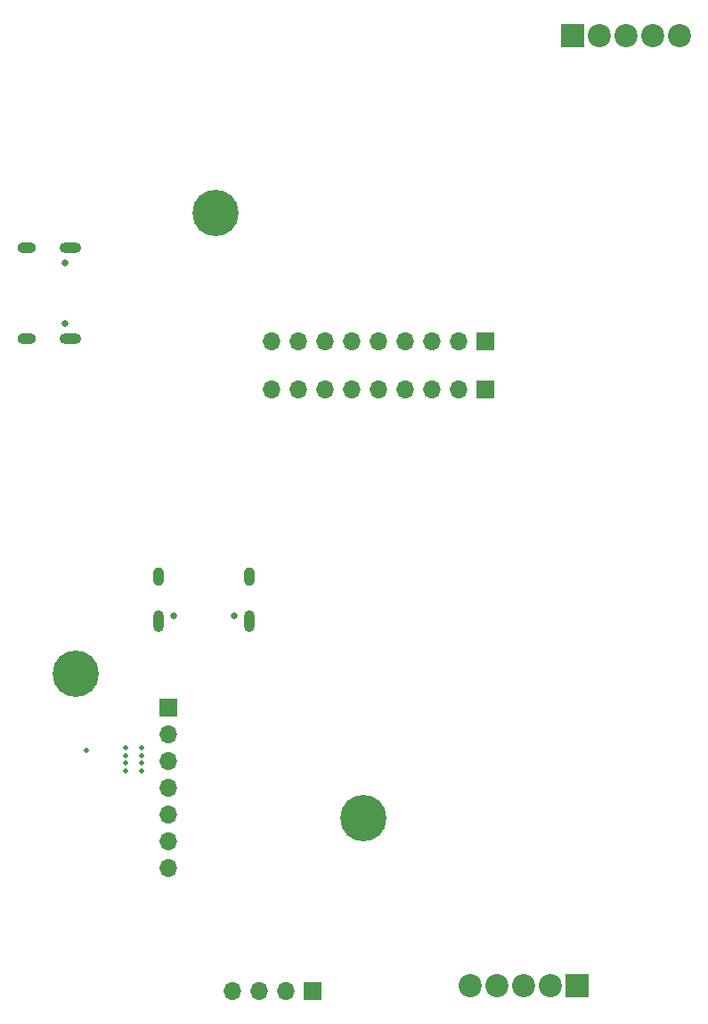
<source format=gbr>
%TF.GenerationSoftware,KiCad,Pcbnew,8.0.5*%
%TF.CreationDate,2024-10-21T18:47:46+02:00*%
%TF.ProjectId,both,626f7468-2e6b-4696-9361-645f70636258,rev?*%
%TF.SameCoordinates,Original*%
%TF.FileFunction,Soldermask,Bot*%
%TF.FilePolarity,Negative*%
%FSLAX46Y46*%
G04 Gerber Fmt 4.6, Leading zero omitted, Abs format (unit mm)*
G04 Created by KiCad (PCBNEW 8.0.5) date 2024-10-21 18:47:46*
%MOMM*%
%LPD*%
G01*
G04 APERTURE LIST*
%ADD10C,0.700000*%
%ADD11C,4.400000*%
%ADD12C,0.500000*%
%ADD13R,1.700000X1.700000*%
%ADD14O,1.700000X1.700000*%
%ADD15R,2.200000X2.200000*%
%ADD16C,2.200000*%
%ADD17C,0.650000*%
%ADD18O,1.000000X2.100000*%
%ADD19O,1.000000X1.800000*%
%ADD20O,2.100000X1.000000*%
%ADD21O,1.800000X1.000000*%
G04 APERTURE END LIST*
D10*
%TO.C,H1*%
X47503000Y-41336000D03*
X47019726Y-42502726D03*
X47019726Y-40169274D03*
X45853000Y-42986000D03*
D11*
X45853000Y-41336000D03*
D10*
X45853000Y-39686000D03*
X44686274Y-42502726D03*
X44686274Y-40169274D03*
X44203000Y-41336000D03*
%TD*%
D12*
%TO.C,*%
X37282000Y-94355472D03*
%TD*%
D13*
%TO.C,J3*%
X41330000Y-88279472D03*
D14*
X41330000Y-90819472D03*
X41330000Y-93359472D03*
X41330000Y-95899472D03*
X41330000Y-98439472D03*
X41330000Y-100979472D03*
X41330000Y-103519472D03*
%TD*%
D15*
%TO.C,J2*%
X80192000Y-114725472D03*
D16*
X77652000Y-114725472D03*
X75112000Y-114725472D03*
X72572000Y-114725472D03*
X70032000Y-114725472D03*
%TD*%
D12*
%TO.C,*%
X38782000Y-92855472D03*
%TD*%
%TO.C,*%
X38782000Y-93605472D03*
%TD*%
D15*
%TO.C,J2*%
X79807000Y-24462000D03*
D16*
X82347000Y-24462000D03*
X84887000Y-24462000D03*
X87427000Y-24462000D03*
X89967000Y-24462000D03*
%TD*%
D17*
%TO.C,J1*%
X47624000Y-79584472D03*
X41844000Y-79584472D03*
D18*
X49054000Y-80084472D03*
D19*
X49054000Y-75904472D03*
D18*
X40414000Y-80084472D03*
D19*
X40414000Y-75904472D03*
%TD*%
D12*
%TO.C,*%
X38782000Y-94355472D03*
%TD*%
%TO.C,MK1*%
X33574000Y-92395472D03*
%TD*%
D17*
%TO.C,J1*%
X31535796Y-46066000D03*
X31535796Y-51846000D03*
D20*
X32035796Y-44636000D03*
D21*
X27855796Y-44636000D03*
D20*
X32035796Y-53276000D03*
D21*
X27855796Y-53276000D03*
%TD*%
D12*
%TO.C,*%
X38782000Y-92105472D03*
%TD*%
D10*
%TO.C,H1*%
X58222000Y-98820472D03*
X58705274Y-97653746D03*
X58705274Y-99987198D03*
X59872000Y-97170472D03*
D11*
X59872000Y-98820472D03*
D10*
X59872000Y-100470472D03*
X61038726Y-97653746D03*
X61038726Y-99987198D03*
X61522000Y-98820472D03*
%TD*%
D13*
%TO.C,J4*%
X55036000Y-115203472D03*
D14*
X52496000Y-115203472D03*
X49956000Y-115203472D03*
X47416000Y-115203472D03*
%TD*%
D12*
%TO.C,*%
X37282000Y-92105472D03*
%TD*%
%TO.C,*%
X37282000Y-93605472D03*
%TD*%
D10*
%TO.C,H2*%
X30882000Y-85105472D03*
X31365274Y-83938746D03*
X31365274Y-86272198D03*
X32532000Y-83455472D03*
D11*
X32532000Y-85105472D03*
D10*
X32532000Y-86755472D03*
X33698726Y-83938746D03*
X33698726Y-86272198D03*
X34182000Y-85105472D03*
%TD*%
D13*
%TO.C,J5*%
X71507000Y-58100000D03*
D14*
X68967000Y-58100000D03*
X66427000Y-58100000D03*
X63887000Y-58100000D03*
X61347000Y-58100000D03*
X58807000Y-58100000D03*
X56267000Y-58100000D03*
X53727000Y-58100000D03*
X51187000Y-58100000D03*
%TD*%
D13*
%TO.C,J6*%
X71507000Y-53528000D03*
D14*
X68967000Y-53528000D03*
X66427000Y-53528000D03*
X63887000Y-53528000D03*
X61347000Y-53528000D03*
X58807000Y-53528000D03*
X56267000Y-53528000D03*
X53727000Y-53528000D03*
X51187000Y-53528000D03*
%TD*%
D12*
%TO.C,*%
X37282000Y-92855472D03*
%TD*%
M02*

</source>
